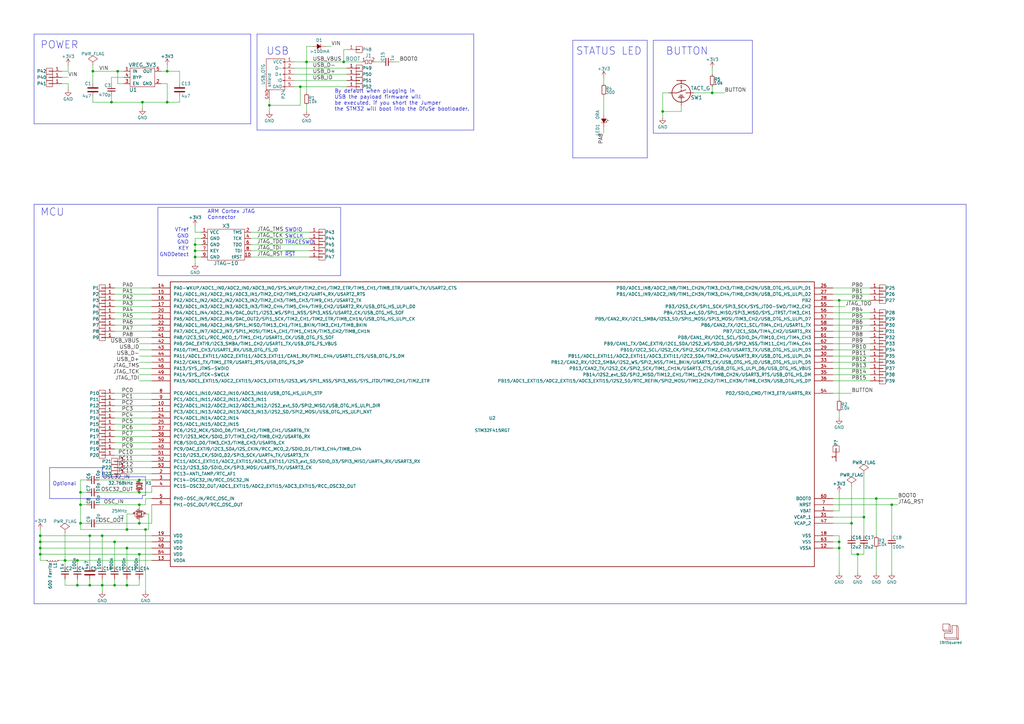
<source format=kicad_sch>
(kicad_sch (version 20230121) (generator eeschema)
  (paper "A3")
  (title_block (title "1BitSy") (rev "V1.0b") (company "1BitSquared") (comment 1 "(C) 2016 Piotr Esden-Tempski <piotr@esden.net>") (comment 2 "(C) 2016 1BitSquared LLC <info@1bitsquared.com>") (comment 3 "License: CC-BY-SA V4.0"))
  (junction (at 52.07 217.17))
  (junction (at 59.69 217.17))
  (junction (at 36.83 240.03))
  (junction (at 36.83 219.71))
  (junction (at 33.02 201.93))
  (junction (at 349.25 214.63))
  (junction (at 365.76 207.01))
  (junction (at 16.51 227.33))
  (junction (at 52.07 240.03))
  (junction (at 68.58 29.21))
  (junction (at 359.41 204.47))
  (junction (at 31.75 229.87))
  (junction (at 46.99 222.25))
  (junction (at 58.42 41.91))
  (junction (at 46.99 240.03))
  (junction (at 57.15 214.63))
  (junction (at 41.91 240.03))
  (junction (at 16.51 222.25))
  (junction (at 26.67 229.87))
  (junction (at 110.49 43.18))
  (junction (at 344.17 224.79))
  (junction (at 16.51 219.71))
  (junction (at 57.15 196.85))
  (junction (at 48.26 29.21))
  (junction (at 271.78 45.72))
  (junction (at 16.51 224.79))
  (junction (at 41.91 219.71))
  (junction (at 57.15 207.01))
  (junction (at 52.07 224.79))
  (junction (at 80.01 102.87))
  (junction (at 351.79 227.33))
  (junction (at 33.02 214.63))
  (junction (at 344.17 123.19))
  (junction (at 80.01 100.33))
  (junction (at 68.58 41.91))
  (junction (at 354.33 212.09))
  (junction (at 31.75 240.03))
  (junction (at 140.97 25.4))
  (junction (at 344.17 222.25))
  (junction (at 57.15 201.93))
  (junction (at 125.73 25.4))
  (junction (at 80.01 105.41))
  (junction (at 57.15 227.33))
  (junction (at 38.1 29.21))
  (junction (at 33.02 207.01))
  (junction (at 123.19 35.56))
  (junction (at 45.72 41.91))
  (junction (at 292.1 38.1))
  (wire (pts (xy 125.73 43.18) (xy 125.73 45.72)))
  (wire (pts (xy 52.07 189.23) (xy 62.23 189.23)))
  (polyline (pts (xy 396.24 247.65) (xy 13.97 247.65)))
  (polyline (pts (xy 194.31 13.97) (xy 105.41 13.97)))
  (polyline (pts (xy 59.69 203.2) (xy 59.69 195.58)))
  (wire (pts (xy 341.63 140.97) (xy 356.87 140.97)))
  (polyline (pts (xy 105.41 13.97) (xy 105.41 53.34)))
  (wire (pts (xy 349.25 227.33) (xy 351.79 227.33)))
  (wire (pts (xy 344.17 123.19) (xy 344.17 163.83)))
  (wire (pts (xy 46.99 181.61) (xy 62.23 181.61)))
  (wire (pts (xy 292.1 30.48) (xy 292.1 27.94)))
  (wire (pts (xy 365.76 207.01) (xy 365.76 219.71)))
  (polyline (pts (xy 105.41 53.34) (xy 194.31 53.34)))
  (wire (pts (xy 45.72 41.91) (xy 58.42 41.91)))
  (wire (pts (xy 82.55 105.41) (xy 80.01 105.41)))
  (wire (pts (xy 284.48 38.1) (xy 292.1 38.1)))
  (wire (pts (xy 46.99 186.69) (xy 62.23 186.69)))
  (wire (pts (xy 59.69 204.47) (xy 62.23 204.47)))
  (wire (pts (xy 125.73 25.4) (xy 125.73 38.1)))
  (wire (pts (xy 341.63 123.19) (xy 344.17 123.19)))
  (polyline (pts (xy 58.42 204.47) (xy 58.42 203.2)))
  (wire (pts (xy 341.63 222.25) (xy 344.17 222.25)))
  (wire (pts (xy 41.91 240.03) (xy 46.99 240.03)))
  (wire (pts (xy 25.4 31.75) (xy 27.94 31.75)))
  (wire (pts (xy 48.26 29.21) (xy 48.26 34.29)))
  (wire (pts (xy 26.67 237.49) (xy 26.67 240.03)))
  (wire (pts (xy 349.25 199.39) (xy 349.25 214.63)))
  (wire (pts (xy 102.87 95.25) (xy 127 95.25)))
  (wire (pts (xy 344.17 224.79) (xy 344.17 234.95)))
  (wire (pts (xy 57.15 227.33) (xy 62.23 227.33)))
  (wire (pts (xy 341.63 153.67) (xy 356.87 153.67)))
  (wire (pts (xy 62.23 148.59) (xy 57.15 148.59)))
  (wire (pts (xy 110.49 40.64) (xy 110.49 43.18)))
  (wire (pts (xy 52.07 224.79) (xy 62.23 224.79)))
  (polyline (pts (xy 102.87 13.97) (xy 13.97 13.97)))
  (wire (pts (xy 16.51 224.79) (xy 52.07 224.79)))
  (wire (pts (xy 57.15 146.05) (xy 62.23 146.05)))
  (wire (pts (xy 33.02 217.17) (xy 52.07 217.17)))
  (wire (pts (xy 120.65 30.48) (xy 142.24 30.48)))
  (wire (pts (xy 140.97 25.4) (xy 148.59 25.4)))
  (wire (pts (xy 341.63 125.73) (xy 346.71 125.73)))
  (wire (pts (xy 247.65 39.37) (xy 247.65 46.99)))
  (wire (pts (xy 33.02 196.85) (xy 33.02 201.93)))
  (wire (pts (xy 341.63 214.63) (xy 349.25 214.63)))
  (wire (pts (xy 59.69 217.17) (xy 59.69 242.57)))
  (wire (pts (xy 36.83 219.71) (xy 41.91 219.71)))
  (wire (pts (xy 142.24 20.32) (xy 140.97 20.32)))
  (wire (pts (xy 341.63 204.47) (xy 359.41 204.47)))
  (wire (pts (xy 341.63 143.51) (xy 356.87 143.51)))
  (wire (pts (xy 66.04 29.21) (xy 68.58 29.21)))
  (wire (pts (xy 365.76 224.79) (xy 365.76 234.95)))
  (wire (pts (xy 120.65 33.02) (xy 142.24 33.02)))
  (wire (pts (xy 46.99 123.19) (xy 62.23 123.19)))
  (wire (pts (xy 31.75 229.87) (xy 62.23 229.87)))
  (wire (pts (xy 46.99 173.99) (xy 62.23 173.99)))
  (wire (pts (xy 38.1 26.67) (xy 38.1 29.21)))
  (wire (pts (xy 359.41 219.71) (xy 359.41 204.47)))
  (wire (pts (xy 279.4 43.18) (xy 279.4 45.72)))
  (wire (pts (xy 33.02 201.93) (xy 35.56 201.93)))
  (wire (pts (xy 57.15 214.63) (xy 62.23 214.63)))
  (wire (pts (xy 46.99 163.83) (xy 62.23 163.83)))
  (polyline (pts (xy 20.32 191.77) (xy 20.32 204.47)))
  (wire (pts (xy 25.4 29.21) (xy 27.94 29.21)))
  (wire (pts (xy 27.94 34.29) (xy 27.94 36.83)))
  (wire (pts (xy 68.58 29.21) (xy 73.66 29.21)))
  (wire (pts (xy 50.8 31.75) (xy 45.72 31.75)))
  (wire (pts (xy 16.51 227.33) (xy 16.51 229.87)))
  (wire (pts (xy 31.75 232.41) (xy 31.75 229.87)))
  (wire (pts (xy 341.63 224.79) (xy 344.17 224.79)))
  (polyline (pts (xy 308.61 54.61) (xy 267.97 54.61)))
  (wire (pts (xy 26.67 218.44) (xy 26.67 229.87)))
  (wire (pts (xy 359.41 204.47) (xy 368.3 204.47)))
  (wire (pts (xy 40.64 214.63) (xy 57.15 214.63)))
  (wire (pts (xy 123.19 35.56) (xy 142.24 35.56)))
  (wire (pts (xy 59.69 210.82) (xy 60.96 210.82)))
  (polyline (pts (xy 64.77 85.09) (xy 139.7 85.09)))
  (wire (pts (xy 341.63 161.29) (xy 349.25 161.29)))
  (wire (pts (xy 46.99 118.11) (xy 62.23 118.11)))
  (polyline (pts (xy 13.97 13.97) (xy 13.97 50.8)))
  (wire (pts (xy 38.1 41.91) (xy 45.72 41.91)))
  (wire (pts (xy 153.67 25.4) (xy 156.21 25.4)))
  (wire (pts (xy 68.58 41.91) (xy 73.66 41.91)))
  (wire (pts (xy 41.91 232.41) (xy 41.91 219.71)))
  (wire (pts (xy 48.26 34.29) (xy 50.8 34.29)))
  (wire (pts (xy 271.78 38.1) (xy 271.78 45.72)))
  (wire (pts (xy 102.87 102.87) (xy 127 102.87)))
  (wire (pts (xy 292.1 38.1) (xy 292.1 35.56)))
  (wire (pts (xy 349.25 224.79) (xy 349.25 227.33)))
  (wire (pts (xy 31.75 240.03) (xy 36.83 240.03)))
  (wire (pts (xy 341.63 151.13) (xy 356.87 151.13)))
  (polyline (pts (xy 194.31 53.34) (xy 194.31 13.97)))
  (wire (pts (xy 247.65 31.75) (xy 247.65 34.29)))
  (wire (pts (xy 58.42 41.91) (xy 58.42 44.45)))
  (wire (pts (xy 80.01 102.87) (xy 80.01 105.41)))
  (wire (pts (xy 68.58 34.29) (xy 68.58 41.91)))
  (wire (pts (xy 80.01 100.33) (xy 80.01 102.87)))
  (wire (pts (xy 40.64 201.93) (xy 57.15 201.93)))
  (polyline (pts (xy 41.91 195.58) (xy 41.91 191.77)))
  (wire (pts (xy 57.15 201.93) (xy 62.23 201.93)))
  (wire (pts (xy 125.73 25.4) (xy 140.97 25.4)))
  (wire (pts (xy 341.63 219.71) (xy 344.17 219.71)))
  (wire (pts (xy 52.07 240.03) (xy 57.15 240.03)))
  (polyline (pts (xy 234.95 16.51) (xy 265.43 16.51)))
  (wire (pts (xy 344.17 168.91) (xy 344.17 171.45)))
  (wire (pts (xy 102.87 97.79) (xy 127 97.79)))
  (wire (pts (xy 54.61 210.82) (xy 52.07 210.82)))
  (wire (pts (xy 45.72 39.37) (xy 45.72 41.91)))
  (wire (pts (xy 62.23 201.93) (xy 62.23 199.39)))
  (wire (pts (xy 68.58 26.67) (xy 68.58 29.21)))
  (polyline (pts (xy 267.97 54.61) (xy 267.97 16.51)))
  (polyline (pts (xy 59.69 195.58) (xy 41.91 195.58)))
  (wire (pts (xy 341.63 118.11) (xy 356.87 118.11)))
  (polyline (pts (xy 102.87 50.8) (xy 102.87 13.97)))
  (wire (pts (xy 354.33 227.33) (xy 354.33 224.79)))
  (wire (pts (xy 46.99 240.03) (xy 52.07 240.03)))
  (wire (pts (xy 344.17 123.19) (xy 356.87 123.19)))
  (wire (pts (xy 62.23 140.97) (xy 57.15 140.97)))
  (wire (pts (xy 33.02 214.63) (xy 33.02 217.17)))
  (polyline (pts (xy 308.61 16.51) (xy 308.61 54.61)))
  (wire (pts (xy 46.99 237.49) (xy 46.99 240.03)))
  (wire (pts (xy 354.33 194.31) (xy 354.33 212.09)))
  (wire (pts (xy 274.32 38.1) (xy 271.78 38.1)))
  (wire (pts (xy 46.99 184.15) (xy 62.23 184.15)))
  (wire (pts (xy 354.33 212.09) (xy 354.33 219.71)))
  (wire (pts (xy 35.56 196.85) (xy 33.02 196.85)))
  (wire (pts (xy 46.99 128.27) (xy 62.23 128.27)))
  (wire (pts (xy 341.63 212.09) (xy 354.33 212.09)))
  (polyline (pts (xy 41.91 191.77) (xy 20.32 191.77)))
  (wire (pts (xy 123.19 43.18) (xy 123.19 35.56)))
  (wire (pts (xy 135.89 19.05) (xy 133.35 19.05)))
  (wire (pts (xy 46.99 138.43) (xy 62.23 138.43)))
  (wire (pts (xy 48.26 29.21) (xy 50.8 29.21)))
  (wire (pts (xy 16.51 222.25) (xy 16.51 224.79)))
  (wire (pts (xy 57.15 208.28) (xy 57.15 207.01)))
  (polyline (pts (xy 139.7 113.03) (xy 64.77 113.03)))
  (wire (pts (xy 45.72 31.75) (xy 45.72 34.29)))
  (wire (pts (xy 16.51 222.25) (xy 46.99 222.25)))
  (wire (pts (xy 46.99 130.81) (xy 62.23 130.81)))
  (wire (pts (xy 16.51 219.71) (xy 16.51 222.25)))
  (wire (pts (xy 46.99 232.41) (xy 46.99 222.25)))
  (wire (pts (xy 26.67 229.87) (xy 26.67 232.41)))
  (wire (pts (xy 140.97 20.32) (xy 140.97 25.4)))
  (wire (pts (xy 80.01 97.79) (xy 80.01 100.33)))
  (wire (pts (xy 73.66 29.21) (xy 73.66 34.29)))
  (wire (pts (xy 341.63 120.65) (xy 356.87 120.65)))
  (wire (pts (xy 26.67 229.87) (xy 31.75 229.87)))
  (wire (pts (xy 279.4 45.72) (xy 271.78 45.72)))
  (wire (pts (xy 82.55 95.25) (xy 80.01 95.25)))
  (wire (pts (xy 40.64 196.85) (xy 57.15 196.85)))
  (wire (pts (xy 41.91 219.71) (xy 62.23 219.71)))
  (wire (pts (xy 344.17 222.25) (xy 344.17 224.79)))
  (wire (pts (xy 57.15 240.03) (xy 57.15 237.49)))
  (polyline (pts (xy 13.97 247.65) (xy 13.97 83.82)))
  (wire (pts (xy 66.04 34.29) (xy 68.58 34.29)))
  (wire (pts (xy 125.73 19.05) (xy 125.73 25.4)))
  (wire (pts (xy 52.07 217.17) (xy 59.69 217.17)))
  (wire (pts (xy 57.15 232.41) (xy 57.15 227.33)))
  (wire (pts (xy 16.51 217.17) (xy 16.51 219.71)))
  (wire (pts (xy 52.07 210.82) (xy 52.07 217.17)))
  (polyline (pts (xy 234.95 64.77) (xy 234.95 16.51)))
  (wire (pts (xy 60.96 210.82) (xy 60.96 217.17)))
  (wire (pts (xy 57.15 196.85) (xy 62.23 196.85)))
  (wire (pts (xy 341.63 209.55) (xy 344.17 209.55)))
  (wire (pts (xy 46.99 161.29) (xy 62.23 161.29)))
  (wire (pts (xy 120.65 35.56) (xy 123.19 35.56)))
  (wire (pts (xy 33.02 201.93) (xy 33.02 207.01)))
  (wire (pts (xy 80.01 105.41) (xy 80.01 107.95)))
  (wire (pts (xy 110.49 43.18) (xy 110.49 45.72)))
  (wire (pts (xy 344.17 209.55) (xy 344.17 201.93)))
  (wire (pts (xy 62.23 153.67) (xy 57.15 153.67)))
  (wire (pts (xy 46.99 135.89) (xy 62.23 135.89)))
  (polyline (pts (xy 13.97 50.8) (xy 102.87 50.8)))
  (polyline (pts (xy 396.24 83.82) (xy 396.24 247.65)))
  (wire (pts (xy 38.1 29.21) (xy 38.1 34.29)))
  (wire (pts (xy 36.83 240.03) (xy 41.91 240.03)))
  (wire (pts (xy 365.76 207.01) (xy 368.3 207.01)))
  (wire (pts (xy 36.83 237.49) (xy 36.83 240.03)))
  (wire (pts (xy 16.51 224.79) (xy 16.51 227.33)))
  (wire (pts (xy 351.79 227.33) (xy 351.79 234.95)))
  (wire (pts (xy 59.69 217.17) (xy 60.96 217.17)))
  (wire (pts (xy 52.07 232.41) (xy 52.07 224.79)))
  (wire (pts (xy 57.15 213.36) (xy 57.15 214.63)))
  (polyline (pts (xy 58.42 203.2) (xy 59.69 203.2)))
  (wire (pts (xy 46.99 176.53) (xy 62.23 176.53)))
  (wire (pts (xy 26.67 240.03) (xy 31.75 240.03)))
  (wire (pts (xy 341.63 133.35) (xy 356.87 133.35)))
  (wire (pts (xy 102.87 105.41) (xy 127 105.41)))
  (wire (pts (xy 125.73 19.05) (xy 128.27 19.05)))
  (wire (pts (xy 46.99 179.07) (xy 62.23 179.07)))
  (wire (pts (xy 62.23 214.63) (xy 62.23 207.01)))
  (wire (pts (xy 292.1 38.1) (xy 297.18 38.1)))
  (wire (pts (xy 82.55 102.87) (xy 80.01 102.87)))
  (wire (pts (xy 36.83 232.41) (xy 36.83 219.71)))
  (wire (pts (xy 27.94 29.21) (xy 27.94 26.67)))
  (wire (pts (xy 38.1 41.91) (xy 38.1 39.37)))
  (wire (pts (xy 57.15 207.01) (xy 59.69 207.01)))
  (wire (pts (xy 46.99 125.73) (xy 62.23 125.73)))
  (wire (pts (xy 341.63 148.59) (xy 356.87 148.59)))
  (polyline (pts (xy 64.77 113.03) (xy 64.77 85.09)))
  (wire (pts (xy 16.51 227.33) (xy 57.15 227.33)))
  (wire (pts (xy 46.99 222.25) (xy 62.23 222.25)))
  (wire (pts (xy 46.99 133.35) (xy 62.23 133.35)))
  (wire (pts (xy 62.23 156.21) (xy 57.15 156.21)))
  (wire (pts (xy 41.91 240.03) (xy 41.91 242.57)))
  (wire (pts (xy 271.78 45.72) (xy 271.78 48.26)))
  (polyline (pts (xy 265.43 64.77) (xy 234.95 64.77)))
  (wire (pts (xy 247.65 52.07) (xy 247.65 54.61)))
  (wire (pts (xy 359.41 224.79) (xy 359.41 234.95)))
  (wire (pts (xy 341.63 207.01) (xy 365.76 207.01)))
  (wire (pts (xy 58.42 41.91) (xy 68.58 41.91)))
  (wire (pts (xy 33.02 207.01) (xy 33.02 214.63)))
  (wire (pts (xy 52.07 237.49) (xy 52.07 240.03)))
  (wire (pts (xy 349.25 214.63) (xy 349.25 219.71)))
  (wire (pts (xy 82.55 100.33) (xy 80.01 100.33)))
  (wire (pts (xy 25.4 34.29) (xy 27.94 34.29)))
  (wire (pts (xy 40.64 207.01) (xy 57.15 207.01)))
  (wire (pts (xy 341.63 138.43) (xy 356.87 138.43)))
  (wire (pts (xy 46.99 166.37) (xy 62.23 166.37)))
  (wire (pts (xy 351.79 227.33) (xy 354.33 227.33)))
  (wire (pts (xy 82.55 97.79) (xy 80.01 97.79)))
  (wire (pts (xy 62.23 151.13) (xy 57.15 151.13)))
  (wire (pts (xy 46.99 168.91) (xy 62.23 168.91)))
  (wire (pts (xy 80.01 95.25) (xy 80.01 92.71)))
  (wire (pts (xy 102.87 100.33) (xy 127 100.33)))
  (wire (pts (xy 341.63 146.05) (xy 356.87 146.05)))
  (wire (pts (xy 33.02 214.63) (xy 35.56 214.63)))
  (wire (pts (xy 41.91 237.49) (xy 41.91 240.03)))
  (wire (pts (xy 341.63 128.27) (xy 356.87 128.27)))
  (wire (pts (xy 73.66 41.91) (xy 73.66 39.37)))
  (wire (pts (xy 52.07 194.31) (xy 62.23 194.31)))
  (polyline (pts (xy 13.97 83.82) (xy 396.24 83.82)))
  (wire (pts (xy 16.51 229.87) (xy 19.05 229.87)))
  (wire (pts (xy 46.99 171.45) (xy 62.23 171.45)))
  (polyline (pts (xy 267.97 16.51) (xy 308.61 16.51)))
  (wire (pts (xy 344.17 219.71) (xy 344.17 222.25)))
  (wire (pts (xy 33.02 207.01) (xy 35.56 207.01)))
  (polyline (pts (xy 139.7 85.09) (xy 139.7 113.03)))
  (wire (pts (xy 161.29 25.4) (xy 163.83 25.4)))
  (wire (pts (xy 59.69 207.01) (xy 59.69 204.47)))
  (wire (pts (xy 46.99 120.65) (xy 62.23 120.65)))
  (wire (pts (xy 341.63 135.89) (xy 356.87 135.89)))
  (wire (pts (xy 120.65 27.94) (xy 142.24 27.94)))
  (wire (pts (xy 24.13 229.87) (xy 26.67 229.87)))
  (wire (pts (xy 31.75 237.49) (xy 31.75 240.03)))
  (wire (pts (xy 341.63 130.81) (xy 356.87 130.81)))
  (wire (pts (xy 52.07 191.77) (xy 62.23 191.77)))
  (polyline (pts (xy 265.43 16.51) (xy 265.43 64.77)))
  (wire (pts (xy 341.63 156.21) (xy 356.87 156.21)))
  (wire (pts (xy 16.51 219.71) (xy 36.83 219.71)))
  (wire (pts (xy 120.65 25.4) (xy 125.73 25.4)))
  (wire (pts (xy 62.23 143.51) (xy 57.15 143.51)))
  (wire (pts (xy 38.1 29.21) (xy 48.26 29.21)))
  (wire (pts (xy 123.19 43.18) (xy 110.49 43.18)))
  (polyline (pts (xy 20.32 204.47) (xy 58.42 204.47)))
  (text "VTref" (at 77.47 95.25 0) (effects (font (size 1.524 1.524)) (justify right bottom)))
  (text "GND" (at 77.47 97.79 0) (effects (font (size 1.524 1.524)) (justify right bottom)))
  (text "TRACESWO" (at 116.84 100.33 0) (effects (font (size 1.524 1.524)) (justify left bottom)))
  (text "SWCLK" (at 116.84 97.79 0) (effects (font (size 1.524 1.524)) (justify left bottom)))
  (text "POWER" (at 16.51 20.32 0) (effects (font (size 3.048 3.048)) (justify left bottom)))
  (text "GND" (at 77.47 100.33 0) (effects (font (size 1.524 1.524)) (justify right bottom)))
  (text "STATUS LED" (at 236.22 22.86 0) (effects (font (size 3.048 3.048)) (justify left bottom)))
  (text "SWDIO" (at 116.84 95.25 0) (effects (font (size 1.524 1.524)) (justify left bottom)))
  (text "BUTTON" (at 273.05 22.86 0) (effects (font (size 3.048 3.048)) (justify left bottom)))
  (text "~{RST}" (at 116.84 105.41 0) (effects (font (size 1.524 1.524)) (justify left bottom)))
  (text "GNDDetect" (at 77.47 105.41 0) (effects (font (size 1.524 1.524)) (justify right bottom)))
  (text "Optional" (at 21.59 199.39 0) (effects (font (size 1.524 1.524)) (justify left bottom)))
  (text "MCU" (at 16.51 88.9 0) (effects (font (size 3.048 3.048)) (justify left bottom)))
  (text "By default when plugging in\nUSB the payload firmware will\nbe executed, if you short the Jumper\nthe STM32 will boot into the DfuSe bootloader." (at 137.16 45.72 0) (effects (font (size 1.524 1.524)) (justify left bottom)))
  (text "USB" (at 109.22 22.86 0) (effects (font (size 3.048 3.048)) (justify left bottom)))
  (text "KEY" (at 77.47 102.87 0) (effects (font (size 1.524 1.524)) (justify right bottom)))
  (text "ARM Cortex JTAG\nConnector" (at 85.09 90.17 0) (effects (font (size 1.524 1.524)) (justify left bottom)))
  (label "JTAG_TDO" (at 105.41 100.33 0) (effects (font (size 1.524 1.524))))
  (label "PB4" (at 349.25 128.27 0) (effects (font (size 1.524 1.524))))
  (label "BUTTON" (at 297.18 38.1 0) (effects (font (size 1.524 1.524))))
  (label "JTAG_TMS" (at 57.15 151.13 180) (effects (font (size 1.524 1.524))))
  (label "PA7" (at 54.61 135.89 180) (effects (font (size 1.524 1.524))))
  (label "JTAG_RST" (at 105.41 105.41 0) (effects (font (size 1.524 1.524))))
  (label "PC11" (at 54.61 189.23 180) (effects (font (size 1.524 1.524))))
  (label "PC12" (at 54.61 191.77 180) (effects (font (size 1.524 1.524))))
  (label "PB0" (at 349.25 118.11 0) (effects (font (size 1.524 1.524))))
  (label "PB12" (at 349.25 148.59 0) (effects (font (size 1.524 1.524))))
  (label "PC3" (at 54.61 168.91 180) (effects (font (size 1.524 1.524))))
  (label "PC7" (at 54.61 179.07 180) (effects (font (size 1.524 1.524))))
  (label "JTAG_RST" (at 368.3 207.01 0) (effects (font (size 1.524 1.524))))
  (label "PC9" (at 54.61 184.15 180) (effects (font (size 1.524 1.524))))
  (label "USB_D-" (at 57.15 146.05 180) (effects (font (size 1.524 1.524))))
  (label "USB_D+" (at 128.27 30.48 0) (effects (font (size 1.524 1.524))))
  (label "PC10" (at 54.61 186.69 180) (effects (font (size 1.524 1.524))))
  (label "PB14" (at 349.25 153.67 0) (effects (font (size 1.524 1.524))))
  (label "PB7" (at 349.25 135.89 0) (effects (font (size 1.524 1.524))))
  (label "PB11" (at 349.25 146.05 0) (effects (font (size 1.524 1.524))))
  (label "JTAG_TDI" (at 57.15 156.21 180) (effects (font (size 1.524 1.524))))
  (label "VIN" (at 135.89 19.05 0) (effects (font (size 1.524 1.524))))
  (label "PA6" (at 54.61 133.35 180) (effects (font (size 1.524 1.524))))
  (label "PA8" (at 247.65 54.61 270) (effects (font (size 1.524 1.524))))
  (label "PA0" (at 54.61 118.11 180) (effects (font (size 1.524 1.524))))
  (label "PB5" (at 349.25 130.81 0) (effects (font (size 1.524 1.524))))
  (label "PA8" (at 54.61 138.43 180) (effects (font (size 1.524 1.524))))
  (label "PB2" (at 349.25 123.19 0) (effects (font (size 1.524 1.524))))
  (label "JTAG_TMS" (at 105.41 95.25 0) (effects (font (size 1.524 1.524))))
  (label "BOOT0" (at 163.83 25.4 0) (effects (font (size 1.524 1.524))))
  (label "PC6" (at 54.61 176.53 180) (effects (font (size 1.524 1.524))))
  (label "VIN" (at 44.45 29.21 180) (effects (font (size 1.524 1.524))))
  (label "PC2" (at 54.61 166.37 180) (effects (font (size 1.524 1.524))))
  (label "PB15" (at 349.25 156.21 0) (effects (font (size 1.524 1.524))))
  (label "JTAG_TDO" (at 346.71 125.73 0) (effects (font (size 1.524 1.524))))
  (label "OSC_OUT" (at 50.8 214.63 180) (effects (font (size 1.524 1.524))))
  (label "PA3" (at 54.61 125.73 180) (effects (font (size 1.524 1.524))))
  (label "PA4" (at 54.61 128.27 180) (effects (font (size 1.524 1.524))))
  (label "PB1" (at 349.25 120.65 0) (effects (font (size 1.524 1.524))))
  (label "PC8" (at 54.61 181.61 180) (effects (font (size 1.524 1.524))))
  (label "JTAG_TCK" (at 105.41 97.79 0) (effects (font (size 1.524 1.524))))
  (label "PB13" (at 349.25 151.13 0) (effects (font (size 1.524 1.524))))
  (label "PC4" (at 54.61 171.45 180) (effects (font (size 1.524 1.524))))
  (label "PB10" (at 349.25 143.51 0) (effects (font (size 1.524 1.524))))
  (label "PA5" (at 54.61 130.81 180) (effects (font (size 1.524 1.524))))
  (label "PC5" (at 54.61 173.99 180) (effects (font (size 1.524 1.524))))
  (label "OSC32_OUT" (at 54.61 201.93 180) (effects (font (size 1.524 1.524))))
  (label "PA2" (at 54.61 123.19 180) (effects (font (size 1.524 1.524))))
  (label "PA1" (at 54.61 120.65 180) (effects (font (size 1.524 1.524))))
  (label "USB_ID" (at 57.15 143.51 180) (effects (font (size 1.524 1.524))))
  (label "JTAG_TCK" (at 57.15 153.67 180) (effects (font (size 1.524 1.524))))
  (label "USB_VBUS" (at 128.27 25.4 0) (effects (font (size 1.524 1.524))))
  (label "BOOT0" (at 368.3 204.47 0) (effects (font (size 1.524 1.524))))
  (label "USB_D+" (at 57.15 148.59 180) (effects (font (size 1.524 1.524))))
  (label "VIN" (at 27.94 31.75 0) (effects (font (size 1.524 1.524))))
  (label "PC1" (at 54.61 163.83 180) (effects (font (size 1.524 1.524))))
  (label "PB8" (at 349.25 138.43 0) (effects (font (size 1.524 1.524))))
  (label "JTAG_TDI" (at 105.41 102.87 0) (effects (font (size 1.524 1.524))))
  (label "PB6" (at 349.25 133.35 0) (effects (font (size 1.524 1.524))))
  (label "PC13" (at 54.61 194.31 180) (effects (font (size 1.524 1.524))))
  (label "OSC32_IN" (at 53.34 196.85 180) (effects (font (size 1.524 1.524))))
  (label "USB_VBUS" (at 57.15 140.97 180) (effects (font (size 1.524 1.524))))
  (label "PB9" (at 349.25 140.97 0) (effects (font (size 1.524 1.524))))
  (label "BUTTON" (at 349.25 161.29 0) (effects (font (size 1.524 1.524))))
  (label "USB_D-" (at 128.27 27.94 0) (effects (font (size 1.524 1.524))))
  (label "USB_ID" (at 128.27 33.02 0) (effects (font (size 1.524 1.524))))
  (label "PC0" (at 54.61 161.29 180) (effects (font (size 1.524 1.524))))
  (label "OSC_IN" (at 50.8 207.01 180) (effects (font (size 1.524 1.524))))
  (symbol (lib_id "1bitsy-rescue:STM32F415RGTx") (at 201.93 173.99 0) (unit 1)
    (property "Reference" "U2" (at 201.93 171.45 0))
    (property "Value" "STM32F415RGT" (at 201.93 176.53 0))
    (property "Footprint" "pkl_housings_qfp:LQFP-64_10x10mm_Pitch0.5mm" (effects hide))
    (property "Key" "ic-mcu-stm32f415rgt6" (effects hide))
    (property "MFN" "STM32F415RGT6" (effects hide))
    (property "Package ID" "LQFP-64" (effects hide))
    (property "Source" "ANY" (effects hide))
  )
  (symbol (lib_id "1bitsy-rescue:pkl_XTAL_XGXG") (at 57.15 210.82 270) (unit 1)
    (property "Reference" "X2" (at 49.53 212.09 90))
    (property "Value" "25MHz" (at 45.72 209.55 90) (effects (justify left)))
    (property "Footprint" "pkl_misc:ABM8" (effects hide))
    (property "Key" "xtal-abm8-25mhz" (effects hide))
    (property "MFN" "ABM8G-24.000MHZ-B4Y-T" (effects hide))
    (property "Source" "ANY" (effects hide))
  )
  (symbol (lib_id "1bitsy-rescue:GND") (at 59.69 242.57 0) (unit 1)
    (property "Reference" "#PWR6" (effects hide))
    (property "Value" "GND" (at 59.69 246.38 0))
  )
  (symbol (lib_id "1bitsy-rescue:pkl_C_Small") (at 38.1 207.01 90) (unit 1)
    (property "Reference" "C8" (at 36.322 206.756 0) (effects (justify left)))
    (property "Value" "10p" (at 40.132 206.756 0) (effects (justify left)))
    (property "Footprint" "pkl_dipol:C_0402" (effects hide))
    (property "Key" "cap-cer-0402-10p" (effects hide))
    (property "Package ID" "0402" (effects hide))
    (property "Source" "ANY" (effects hide))
  )
  (symbol (lib_id "1bitsy-rescue:pkl_C_Small") (at 38.1 214.63 90) (unit 1)
    (property "Reference" "C9" (at 36.322 214.376 0) (effects (justify left)))
    (property "Value" "10p" (at 40.132 214.376 0) (effects (justify left)))
    (property "Footprint" "pkl_dipol:C_0402" (effects hide))
    (property "Key" "cap-cer-0402-10p" (effects hide))
    (property "Package ID" "0402" (effects hide))
    (property "Source" "ANY" (effects hide))
  )
  (symbol (lib_id "1bitsy-rescue:+3V3") (at 16.51 217.17 0) (unit 1)
    (property "Reference" "#PWR1" (effects hide))
    (property "Value" "+3V3" (at 16.51 213.614 0))
  )
  (symbol (lib_id "1bitsy-rescue:pkl_L_Small") (at 21.59 229.87 270) (unit 1)
    (property "Reference" "L1" (at 22.606 230.632 0) (effects (justify left)))
    (property "Value" "600 Ferrite" (at 20.574 230.632 0) (effects (justify left)))
    (property "Footprint" "pkl_dipol:L_0402" (effects hide))
    (property "Key" "ferrite-0402-600" (effects hide))
    (property "Characteristics" "600Ohm" (effects hide))
    (property "Package ID" "0402" (effects hide))
    (property "Source" "ANY" (effects hide))
  )
  (symbol (lib_id "1bitsy-rescue:GND") (at 344.17 234.95 0) (unit 1)
    (property "Reference" "#PWR17" (effects hide))
    (property "Value" "GND" (at 344.17 238.76 0))
  )
  (symbol (lib_id "1bitsy-rescue:+3V3") (at 344.17 201.93 0) (unit 1)
    (property "Reference" "#PWR16" (effects hide))
    (property "Value" "+3V3" (at 344.17 198.374 0))
  )
  (symbol (lib_id "1bitsy-rescue:pkl_C_Small") (at 57.15 234.95 0) (unit 1)
    (property "Reference" "C14" (at 57.404 233.172 0) (effects (justify left)))
    (property "Value" "100n" (at 55.88 233.68 90) (effects (justify left)))
    (property "Footprint" "pkl_dipol:C_0402" (effects hide))
    (property "Key" "cap-cer-0402-100n" (effects hide))
    (property "Package ID" "0402" (effects hide))
    (property "Source" "ANY" (effects hide))
  )
  (symbol (lib_id "1bitsy-rescue:pkl_C_Small") (at 52.07 234.95 0) (unit 1)
    (property "Reference" "C12" (at 52.324 233.172 0) (effects (justify left)))
    (property "Value" "100n" (at 50.8 233.68 90) (effects (justify left)))
    (property "Footprint" "pkl_dipol:C_0402" (effects hide))
    (property "Key" "cap-cer-0402-100n" (effects hide))
    (property "Package ID" "0402" (effects hide))
    (property "Source" "ANY" (effects hide))
  )
  (symbol (lib_id "1bitsy-rescue:pkl_C_Small") (at 46.99 234.95 0) (unit 1)
    (property "Reference" "C11" (at 47.244 233.172 0) (effects (justify left)))
    (property "Value" "100n" (at 45.72 233.68 90) (effects (justify left)))
    (property "Footprint" "pkl_dipol:C_0402" (effects hide))
    (property "Key" "cap-cer-0402-100n" (effects hide))
    (property "Package ID" "0402" (effects hide))
    (property "Source" "ANY" (effects hide))
  )
  (symbol (lib_id "1bitsy-rescue:pkl_C_Small") (at 41.91 234.95 0) (unit 1)
    (property "Reference" "C10" (at 42.164 233.172 0) (effects (justify left)))
    (property "Value" "100n" (at 40.64 233.68 90) (effects (justify left)))
    (property "Footprint" "pkl_dipol:C_0402" (effects hide))
    (property "Key" "cap-cer-0402-100n" (effects hide))
    (property "Package ID" "0402" (effects hide))
    (property "Source" "ANY" (effects hide))
  )
  (symbol (lib_id "1bitsy-rescue:pkl_C_Small") (at 31.75 234.95 0) (unit 1)
    (property "Reference" "C4" (at 32.004 233.172 0) (effects (justify left)))
    (property "Value" "100n" (at 30.48 233.68 90) (effects (justify left)))
    (property "Footprint" "pkl_dipol:C_0402" (effects hide))
    (property "Key" "cap-cer-0402-100n" (effects hide))
    (property "Package ID" "0402" (effects hide))
    (property "Source" "ANY" (effects hide))
  )
  (symbol (lib_id "1bitsy-rescue:pkl_C_Small") (at 26.67 234.95 0) (unit 1)
    (property "Reference" "C2" (at 26.924 233.172 0) (effects (justify left)))
    (property "Value" "1u" (at 25.4 233.68 90) (effects (justify left)))
    (property "Footprint" "pkl_dipol:C_0402" (effects hide))
    (property "Key" "cap-cer-0402-1u" (effects hide))
    (property "Package ID" "0402" (effects hide))
    (property "Source" "ANY" (effects hide))
  )
  (symbol (lib_id "1bitsy-rescue:pkl_C") (at 36.83 234.95 0) (unit 1)
    (property "Reference" "C5" (at 37.084 233.172 0) (effects (justify left)))
    (property "Value" "4u7" (at 35.56 233.68 90) (effects (justify left)))
    (property "Footprint" "pkl_dipol:C_0603" (effects hide))
    (property "Key" "cap-cer-0603-4u7" (effects hide))
    (property "Package ID" "0603" (effects hide))
    (property "Source" "ANY" (effects hide))
  )
  (symbol (lib_id "1bitsy-rescue:GND") (at 41.91 242.57 0) (unit 1)
    (property "Reference" "#PWR4" (effects hide))
    (property "Value" "GND" (at 41.91 246.38 0))
  )
  (symbol (lib_id "1bitsy-rescue:pkl_C_Small") (at 349.25 222.25 0) (unit 1)
    (property "Reference" "C16" (at 349.504 220.472 0) (effects (justify left)))
    (property "Value" "2u2" (at 349.504 224.282 0) (effects (justify left)))
    (property "Footprint" "pkl_dipol:C_0402" (effects hide))
    (property "Key" "cap-cer-0402-2u2" (effects hide))
    (property "Package ID" "0402" (effects hide))
    (property "Source" "ANY" (effects hide))
  )
  (symbol (lib_id "1bitsy-rescue:pkl_C_Small") (at 354.33 222.25 0) (unit 1)
    (property "Reference" "C17" (at 354.584 220.472 0) (effects (justify left)))
    (property "Value" "2u2" (at 354.584 224.282 0) (effects (justify left)))
    (property "Footprint" "pkl_dipol:C_0402" (effects hide))
    (property "Key" "cap-cer-0402-2u2" (effects hide))
    (property "Package ID" "0402" (effects hide))
    (property "Source" "ANY" (effects hide))
  )
  (symbol (lib_id "1bitsy-rescue:GND") (at 351.79 234.95 0) (unit 1)
    (property "Reference" "#PWR18" (effects hide))
    (property "Value" "GND" (at 351.79 238.76 0))
  )
  (symbol (lib_id "1bitsy-rescue:pkl_C_Small") (at 365.76 222.25 0) (unit 1)
    (property "Reference" "C18" (at 366.014 220.472 0) (effects (justify left)))
    (property "Value" "100n" (at 366.014 224.282 0) (effects (justify left)))
    (property "Footprint" "pkl_dipol:C_0402" (effects hide))
    (property "Key" "cap-cer-0402-100n" (effects hide))
    (property "Package ID" "0402" (effects hide))
    (property "Source" "ANY" (effects hide))
  )
  (symbol (lib_id "1bitsy-rescue:GND") (at 365.76 234.95 0) (unit 1)
    (property "Reference" "#PWR20" (effects hide))
    (property "Value" "GND" (at 365.76 238.76 0))
  )
  (symbol (lib_id "1bitsy-rescue:pkl_R_Small") (at 359.41 222.25 0) (unit 1)
    (property "Reference" "R3" (at 360.172 221.742 0) (effects (justify left)))
    (property "Value" "10k" (at 360.172 223.266 0) (effects (justify left)))
    (property "Footprint" "pkl_dipol:R_0402" (effects hide))
    (property "Key" "res-0402-10k" (effects hide))
    (property "Package ID" "0402" (effects hide))
    (property "Source" "ANY" (effects hide))
  )
  (symbol (lib_id "1bitsy-rescue:GND") (at 359.41 234.95 0) (unit 1)
    (property "Reference" "#PWR19" (effects hide))
    (property "Value" "GND" (at 359.41 238.76 0))
  )
  (symbol (lib_id "1bitsy-rescue:pkl_R_Small") (at 344.17 166.37 0) (unit 1)
    (property "Reference" "R2" (at 344.932 165.862 0) (effects (justify left)))
    (property "Value" "10k" (at 344.932 167.386 0) (effects (justify left)))
    (property "Footprint" "pkl_dipol:R_0402" (effects hide))
    (property "Key" "res-0402-10k" (effects hide))
    (property "Package ID" "0402" (effects hide))
    (property "Source" "ANY" (effects hide))
  )
  (symbol (lib_id "1bitsy-rescue:GND") (at 344.17 171.45 0) (unit 1)
    (property "Reference" "#PWR15" (effects hide))
    (property "Value" "GND" (at 344.17 175.26 0))
  )
  (symbol (lib_id "1bitsy-rescue:TACT_G") (at 279.4 38.1 0) (unit 1)
    (property "Reference" "SW1" (at 283.21 40.005 0) (effects (font (size 1.524 1.524)) (justify left)))
    (property "Value" "TACT_G" (at 283.21 36.195 0) (effects (font (size 1.524 1.524)) (justify left)))
    (property "Footprint" "pkl_buttons_switches:Tact_Switch_Top_B3U-1000P" (effects hide))
    (property "Key" "sw-tact-side-boss-gnd-3.0-2.5" (effects hide))
    (property "MFN" "B3U-1000P" (effects hide))
    (property "Source" "ANY" (effects hide))
  )
  (symbol (lib_id "1bitsy-rescue:GND") (at 271.78 48.26 0) (unit 1)
    (property "Reference" "#PWR13" (effects hide))
    (property "Value" "GND" (at 271.78 52.07 0))
  )
  (symbol (lib_id "1bitsy-rescue:pkl_R_Small") (at 292.1 33.02 0) (unit 1)
    (property "Reference" "R5" (at 292.862 32.512 0) (effects (justify left)))
    (property "Value" "10k" (at 292.862 34.036 0) (effects (justify left)))
    (property "Footprint" "pkl_dipol:R_0402" (effects hide))
    (property "Key" "res-0402-10k" (effects hide))
    (property "Package ID" "0402" (effects hide))
    (property "Source" "ANY" (effects hide))
  )
  (symbol (lib_id "1bitsy-rescue:+3V3") (at 292.1 27.94 0) (unit 1)
    (property "Reference" "#PWR14" (effects hide))
    (property "Value" "+3V3" (at 292.1 24.384 0))
  )
  (symbol (lib_id "1bitsy-rescue:JTAG-10") (at 92.71 100.33 0) (unit 1)
    (property "Reference" "X3" (at 92.71 92.71 0) (effects (font (size 1.524 1.524))))
    (property "Value" "JTAG-10" (at 92.71 107.95 0) (effects (font (size 1.524 1.524))))
    (property "Footprint" "pkl_samtec:FTSH-105-XX-X-DV" (effects hide))
    (property "Key" "conn-smd-0.05in-5-2" (effects hide))
    (property "MFN" "FTSH-105-01-F-DV-K" (effects hide))
    (property "Source" "ANY" (effects hide))
    (property "DNP" "DNP" (effects hide))
  )
  (symbol (lib_id "1bitsy-rescue:GND") (at 80.01 107.95 0) (unit 1)
    (property "Reference" "#PWR9" (effects hide))
    (property "Value" "GND" (at 80.01 111.76 0))
  )
  (symbol (lib_id "1bitsy-rescue:+3V3") (at 80.01 92.71 0) (unit 1)
    (property "Reference" "#PWR8" (effects hide))
    (property "Value" "+3V3" (at 80.01 89.154 0))
  )
  (symbol (lib_id "1bitsy-rescue:pkl_USB_OTG") (at 113.03 30.48 90) (mirror x) (unit 1)
    (property "Reference" "P24" (at 116.205 38.735 0))
    (property "Value" "USB_OTG" (at 107.95 30.48 0))
    (property "Footprint" "pkl_connectors:Connector_USB_Micro_B_SMD" (effects hide))
    (property "Key" "conn-smd-usb-micro-b" (effects hide))
    (property "Characteristics" "Surface Mount, Right Angle, SMD, 5pin (OTG) receptacle" (effects hide))
    (property "MFN" "10118192-0001LF" (effects hide))
    (property "Source" "ANY" (effects hide))
  )
  (symbol (lib_id "1bitsy-rescue:GND") (at 110.49 45.72 0) (unit 1)
    (property "Reference" "#PWR10" (effects hide))
    (property "Value" "GND" (at 110.49 49.53 0))
  )
  (symbol (lib_id "1bitsy-rescue:pkl_R_Small") (at 125.73 40.64 0) (unit 1)
    (property "Reference" "R1" (at 126.492 40.132 0) (effects (justify left)))
    (property "Value" "10k" (at 126.492 41.656 0) (effects (justify left)))
    (property "Footprint" "pkl_dipol:R_0402" (effects hide))
    (property "Key" "res-0402-10k" (effects hide))
    (property "Package ID" "0402" (effects hide))
    (property "Source" "ANY" (effects hide))
  )
  (symbol (lib_id "1bitsy-rescue:GND") (at 125.73 45.72 0) (unit 1)
    (property "Reference" "#PWR11" (effects hide))
    (property "Value" "GND" (at 125.73 49.53 0))
  )
  (symbol (lib_id "1bitsy-rescue:pkl_Diode_Small") (at 130.81 19.05 0) (unit 1)
    (property "Reference" "D1" (at 129.54 16.51 0) (effects (justify left)))
    (property "Value" ">100mA" (at 127 21.082 0) (effects (justify left)))
    (property "Footprint" "pkl_dipol:D_0603" (effects hide))
    (property "Key" "diode-schottky-0603" (effects hide))
    (property "Characteristics" ">100mA" (effects hide))
    (property "Package ID" "0603" (effects hide))
    (property "Source" "ANY" (effects hide))
  )
  (symbol (lib_id "1bitsy-rescue:pkl_Led_Small") (at 247.65 49.53 270) (unit 1)
    (property "Reference" "LED1" (at 245.11 50.8 0) (effects (justify left)))
    (property "Value" "ORA" (at 245.11 45.085 0) (effects (justify left)))
    (property "Footprint" "pkl_dipol:D_0603" (effects hide))
    (property "Key" "led-0603-ora" (effects hide))
    (property "Package ID" "0603" (effects hide))
    (property "Source" "ANY" (effects hide))
  )
  (symbol (lib_id "1bitsy-rescue:+3V3") (at 247.65 31.75 0) (unit 1)
    (property "Reference" "#PWR12" (effects hide))
    (property "Value" "+3V3" (at 247.65 28.194 0))
  )
  (symbol (lib_id "1bitsy-rescue:1BitSquared") (at 389.89 259.08 0) (unit 1)
    (property "Reference" "LOGO1" (effects hide))
    (property "Value" "1BitSquared" (at 389.89 263.525 0) (effects (font (size 1.016 1.016))))
    (property "Footprint" "pkl_logos:1b2_Logo_SilkS_7.5mm" (effects hide))
    (property "Source" "ANY" (effects hide))
  )
  (symbol (lib_id "1bitsy-rescue:PWR_FLAG") (at 26.67 218.44 0) (unit 1)
    (property "Reference" "#FLG1" (effects hide))
    (property "Value" "PWR_FLAG" (at 26.67 213.868 0))
  )
  (symbol (lib_id "1bitsy-rescue:PWR_FLAG") (at 349.25 199.39 0) (unit 1)
    (property "Reference" "#FLG3" (effects hide))
    (property "Value" "PWR_FLAG" (at 349.25 194.818 0))
  )
  (symbol (lib_id "1bitsy-rescue:PWR_FLAG") (at 354.33 194.31 0) (unit 1)
    (property "Reference" "#FLG4" (effects hide))
    (property "Value" "PWR_FLAG" (at 354.33 189.738 0))
  )
  (symbol (lib_id "1bitsy-rescue:pkl_R_Small") (at 247.65 36.83 0) (unit 1)
    (property "Reference" "R4" (at 248.412 36.322 0) (effects (justify left)))
    (property "Value" "300" (at 248.412 37.846 0) (effects (justify left)))
    (property "Footprint" "pkl_dipol:R_0402" (effects hide))
    (property "Key" "res-0402-300" (effects hide))
    (property "Package ID" "0402" (effects hide))
    (property "Source" "ANY" (effects hide))
  )
  (symbol (lib_id "1bitsy-rescue:pkl_C_Small") (at 158.75 25.4 90) (unit 1)
    (property "Reference" "C15" (at 156.972 25.146 0) (effects (justify left)))
    (property "Value" "1u" (at 160.782 25.146 0) (effects (justify left)))
    (property "Footprint" "pkl_dipol:C_0402" (effects hide))
    (property "Key" "cap-cer-0402-1u" (effects hide))
    (property "Package ID" "0402" (effects hide))
    (property "Source" "ANY" (effects hide))
  )
  (symbol (lib_id "1bitsy-rescue:pkl_C") (at 38.1 36.83 0) (mirror y) (unit 1)
    (property "Reference" "C1" (at 37.465 34.29 0) (effects (justify left)))
    (property "Value" "4u7" (at 37.465 39.37 0) (effects (justify left)))
    (property "Footprint" "pkl_dipol:C_0603" (effects hide))
    (property "Key" "cap-cer-0603-4u7" (effects hide))
    (property "Package ID" "0603" (effects hide))
    (property "Source" "ANY" (effects hide))
  )
  (symbol (lib_id "1bitsy-rescue:pkl_VREG_5PIN_FIXED") (at 58.42 31.75 0) (unit 1)
    (property "Reference" "U1" (at 54.61 36.83 0) (effects (font (size 1.524 1.524))))
    (property "Value" "VREG_3V3" (at 58.42 26.67 0) (effects (font (size 1.524 1.524))))
    (property "Footprint" "pkl_housings_sot:SOT-23-5" (effects hide))
    (property "Datasheet" "http://www.ti.com/lit/ds/symlink/lp2992.pdf" (effects hide))
    (property "Key" "vreg-sot23-5-3v3" (effects hide))
    (property "MFN" "LP2992AIM5-3.3/NOPB" (effects hide))
    (property "Package ID" "sot23-5" (effects hide))
    (property "Source" "ANY" (effects hide))
  )
  (symbol (lib_id "1bitsy-rescue:pkl_C") (at 73.66 36.83 0) (unit 1)
    (property "Reference" "C13" (at 74.295 34.29 0) (effects (justify left)))
    (property "Value" "4u7" (at 74.295 39.37 0) (effects (justify left)))
    (property "Footprint" "pkl_dipol:C_0603" (effects hide))
    (property "Key" "cap-cer-0603-4u7" (effects hide))
    (property "Package ID" "0603" (effects hide))
    (property "Source" "ANY" (effects hide))
  )
  (symbol (lib_id "1bitsy-rescue:GND") (at 58.42 44.45 0) (unit 1)
    (property "Reference" "#PWR5" (effects hide))
    (property "Value" "GND" (at 58.42 48.26 0))
  )
  (symbol (lib_id "1bitsy-rescue:pkl_C_Small") (at 45.72 36.83 0) (mirror y) (unit 1)
    (property "Reference" "C3" (at 45.466 35.052 0) (effects (justify left)))
    (property "Value" "470p" (at 45.466 38.862 0) (effects (justify left)))
    (property "Footprint" "pkl_dipol:C_0402" (effects hide))
    (property "Key" "cap-cer-0402-470p" (effects hide))
    (property "Package ID" "0402" (effects hide))
    (property "Source" "ANY" (effects hide))
  )
  (symbol (lib_id "1bitsy-rescue:+3V3") (at 68.58 26.67 0) (unit 1)
    (property "Reference" "#PWR7" (effects hide))
    (property "Value" "+3V3" (at 68.58 23.114 0))
  )
  (symbol (lib_id "1bitsy-rescue:PWR_FLAG") (at 38.1 26.67 0) (unit 1)
    (property "Reference" "#FLG2" (effects hide))
    (property "Value" "PWR_FLAG" (at 38.1 22.098 0))
  )
  (symbol (lib_id "1bitsy-rescue:pkl_XTAL_XX") (at 57.15 199.39 90) (unit 1)
    (property "Reference" "X1" (at 60.96 198.12 90))
    (property "Value" "32.768kHz" (at 54.61 198.12 90) (effects (justify left)))
    (property "Footprint" "Crystals:Crystal_Round_Horizontal_2mm" (effects hide))
    (property "Source" "ANY" (effects hide))
  )
  (symbol (lib_id "1bitsy-rescue:pkl_C_Small") (at 38.1 201.93 90) (unit 1)
    (property "Reference" "C7" (at 36.322 201.676 0) (effects (justify left)))
    (property "Value" "10p" (at 40.132 201.676 0) (effects (justify left)))
    (property "Footprint" "pkl_dipol:C_0603" (effects hide))
    (property "Key" "cap-cer-0603-10p" (effects hide))
    (property "Package ID" "0603" (effects hide))
    (property "Source" "ANY" (effects hide))
  )
  (symbol (lib_id "1bitsy-rescue:pkl_C_Small") (at 38.1 196.85 90) (unit 1)
    (property "Reference" "C6" (at 36.322 196.596 0) (effects (justify left)))
    (property "Value" "10p" (at 40.132 196.596 0) (effects (justify left)))
    (property "Footprint" "pkl_dipol:C_0603" (effects hide))
    (property "Key" "cap-cer-0603-10p" (effects hide))
    (property "Package ID" "0603" (effects hide))
    (property "Source" "ANY" (effects hide))
  )
  (symbol (lib_id "1bitsy-rescue:CONN_01X01") (at 361.95 118.11 0) (unit 1)
    (property "Reference" "P25" (at 363.22 118.11 0) (effects (justify left)))
    (property "Value" "CONN_01X01" (effects hide))
    (property "Footprint" "pkl_pin_headers:Pin_Header_Straight_Round_1x01" (effects hide))
    (property "Source" "ANY" (effects hide))
  )
  (symbol (lib_id "1bitsy-rescue:CONN_01X01") (at 361.95 120.65 0) (unit 1)
    (property "Reference" "P26" (at 363.22 120.65 0) (effects (justify left)))
    (property "Value" "CONN_01X01" (effects hide))
    (property "Footprint" "pkl_pin_headers:Pin_Header_Straight_Round_1x01" (effects hide))
    (property "Source" "ANY" (effects hide))
  )
  (symbol (lib_id "1bitsy-rescue:CONN_01X01") (at 361.95 123.19 0) (unit 1)
    (property "Reference" "P27" (at 363.22 123.19 0) (effects (justify left)))
    (property "Value" "CONN_01X01" (effects hide))
    (property "Footprint" "pkl_pin_headers:Pin_Header_Straight_Round_1x01" (effects hide))
    (property "Source" "ANY" (effects hide))
  )
  (symbol (lib_id "1bitsy-rescue:CONN_01X01") (at 361.95 128.27 0) (unit 1)
    (property "Reference" "P28" (at 363.22 128.27 0) (effects (justify left)))
    (property "Value" "CONN_01X01" (effects hide))
    (property "Footprint" "pkl_pin_headers:Pin_Header_Straight_Round_1x01" (effects hide))
    (property "Source" "ANY" (effects hide))
  )
  (symbol (lib_id "1bitsy-rescue:CONN_01X01") (at 361.95 130.81 0) (unit 1)
    (property "Reference" "P29" (at 363.22 130.81 0) (effects (justify left)))
    (property "Value" "CONN_01X01" (effects hide))
    (property "Footprint" "pkl_pin_headers:Pin_Header_Straight_Round_1x01" (effects hide))
    (property "Source" "ANY" (effects hide))
  )
  (symbol (lib_id "1bitsy-rescue:CONN_01X01") (at 361.95 133.35 0) (unit 1)
    (property "Reference" "P30" (at 363.22 133.35 0) (effects (justify left)))
    (property "Value" "CONN_01X01" (effects hide))
    (property "Footprint" "pkl_pin_headers:Pin_Header_Straight_Round_1x01" (effects hide))
    (property "Source" "ANY" (effects hide))
  )
  (symbol (lib_id "1bitsy-rescue:CONN_01X01") (at 361.95 135.89 0) (unit 1)
    (property "Reference" "P31" (at 363.22 135.89 0) (effects (justify left)))
    (property "Value" "CONN_01X01" (effects hide))
    (property "Footprint" "pkl_pin_headers:Pin_Header_Straight_Round_1x01" (effects hide))
    (property "Source" "ANY" (effects hide))
  )
  (symbol (lib_id "1bitsy-rescue:CONN_01X01") (at 361.95 138.43 0) (unit 1)
    (property "Reference" "P32" (at 363.22 138.43 0) (effects (justify left)))
    (property "Value" "CONN_01X01" (effects hide))
    (property "Footprint" "pkl_pin_headers:Pin_Header_Straight_Round_1x01" (effects hide))
    (property "Source" "ANY" (effects hide))
  )
  (symbol (lib_id "1bitsy-rescue:CONN_01X01") (at 361.95 140.97 0) (unit 1)
    (property "Reference" "P33" (at 363.22 140.97 0) (effects (justify left)))
    (property "Value" "CONN_01X01" (effects hide))
    (property "Footprint" "pkl_pin_headers:Pin_Header_Straight_Round_1x01" (effects hide))
    (property "Source" "ANY" (effects hide))
  )
  (symbol (lib_id "1bitsy-rescue:CONN_01X01") (at 361.95 143.51 0) (unit 1)
    (property "Reference" "P34" (at 363.22 143.51 0) (effects (justify left)))
    (property "Value" "CONN_01X01" (effects hide))
    (property "Footprint" "pkl_pin_headers:Pin_Header_Straight_Round_1x01" (effects hide))
    (property "Source" "ANY" (effects hide))
  )
  (symbol (lib_id "1bitsy-rescue:CONN_01X01") (at 361.95 146.05 0) (unit 1)
    (property "Reference" "P35" (at 363.22 146.05 0) (effects (justify left)))
    (property "Value" "CONN_01X01" (effects hide))
    (property "Footprint" "pkl_pin_headers:Pin_Header_Straight_Round_1x01" (effects hide))
    (property "Source" "ANY" (effects hide))
  )
  (symbol (lib_id "1bitsy-rescue:CONN_01X01") (at 361.95 148.59 0) (unit 1)
    (property "Reference" "P36" (at 363.22 148.59 0) (effects (justify left)))
    (property "Value" "CONN_01X01" (effects hide))
    (property "Footprint" "pkl_pin_headers:Pin_Header_Straight_Round_1x01" (effects hide))
    (property "Source" "ANY" (effects hide))
  )
  (symbol (lib_id "1bitsy-rescue:CONN_01X01") (at 361.95 151.13 0) (unit 1)
    (property "Reference" "P37" (at 363.22 151.13 0) (effects (justify left)))
    (property "Value" "CONN_01X01" (effects hide))
    (property "Footprint" "pkl_pin_headers:Pin_Header_Straight_Round_1x01" (effects hide))
    (property "Source" "ANY" (effects hide))
  )
  (symbol (lib_id "1bitsy-rescue:CONN_01X01") (at 361.95 153.67 0) (unit 1)
    (property "Reference" "P38" (at 363.22 153.67 0) (effects (justify left)))
    (property "Value" "CONN_01X01" (effects hide))
    (property "Footprint" "pkl_pin_headers:Pin_Header_Straight_Round_1x01" (effects hide))
    (property "Source" "ANY" (effects hide))
  )
  (symbol (lib_id "1bitsy-rescue:CONN_01X01") (at 361.95 156.21 0) (unit 1)
    (property "Reference" "P39" (at 363.22 156.21 0) (effects (justify left)))
    (property "Value" "CONN_01X01" (effects hide))
    (property "Footprint" "pkl_pin_headers:Pin_Header_Straight_Round_1x01" (effects hide))
    (property "Source" "ANY" (effects hide))
  )
  (symbol (lib_id "1bitsy-rescue:CONN_01X01") (at 41.91 118.11 180) (unit 1)
    (property "Reference" "P1" (at 40.64 118.11 0) (effects (justify left)))
    (property "Value" "CONN_01X01" (effects hide))
    (property "Footprint" "pkl_pin_headers:Pin_Header_Straight_Round_1x01" (effects hide))
    (property "Source" "ANY" (effects hide))
  )
  (symbol (lib_id "1bitsy-rescue:CONN_01X01") (at 41.91 120.65 180) (unit 1)
    (property "Reference" "P2" (at 40.64 120.65 0) (effects (justify left)))
    (property "Value" "CONN_01X01" (effects hide))
    (property "Footprint" "pkl_pin_headers:Pin_Header_Straight_Round_1x01" (effects hide))
    (property "Source" "ANY" (effects hide))
  )
  (symbol (lib_id "1bitsy-rescue:CONN_01X01") (at 41.91 123.19 180) (unit 1)
    (property "Reference" "P3" (at 40.64 123.19 0) (effects (justify left)))
    (property "Value" "CONN_01X01" (effects hide))
    (property "Footprint" "pkl_pin_headers:Pin_Header_Straight_Round_1x01" (effects hide))
    (property "Source" "ANY" (effects hide))
  )
  (symbol (lib_id "1bitsy-rescue:CONN_01X01") (at 41.91 125.73 180) (unit 1)
    (property "Reference" "P4" (at 40.64 125.73 0) (effects (justify left)))
    (property "Value" "CONN_01X01" (effects hide))
    (property "Footprint" "pkl_pin_headers:Pin_Header_Straight_Round_1x01" (effects hide))
    (property "Source" "ANY" (effects hide))
  )
  (symbol (lib_id "1bitsy-rescue:CONN_01X01") (at 41.91 128.27 180) (unit 1)
    (property "Reference" "P5" (at 40.64 128.27 0) (effects (justify left)))
    (property "Value" "CONN_01X01" (effects hide))
    (property "Footprint" "pkl_pin_headers:Pin_Header_Straight_Round_1x01" (effects hide))
    (property "Source" "ANY" (effects hide))
  )
  (symbol (lib_id "1bitsy-rescue:CONN_01X01") (at 41.91 130.81 180) (unit 1)
    (property "Reference" "P6" (at 40.64 130.81 0) (effects (justify left)))
    (property "Value" "CONN_01X01" (effects hide))
    (property "Footprint" "pkl_pin_headers:Pin_Header_Straight_Round_1x01" (effects hide))
    (property "Source" "ANY" (effects hide))
  )
  (symbol (lib_id "1bitsy-rescue:CONN_01X01") (at 41.91 133.35 180) (unit 1)
    (property "Reference" "P7" (at 40.64 133.35 0) (effects (justify left)))
    (property "Value" "CONN_01X01" (effects hide))
    (property "Footprint" "pkl_pin_headers:Pin_Header_Straight_Round_1x01" (effects hide))
    (property "Source" "ANY" (effects hide))
  )
  (symbol (lib_id "1bitsy-rescue:CONN_01X01") (at 41.91 135.89 180) (unit 1)
    (property "Reference" "P8" (at 40.64 135.89 0) (effects (justify left)))
    (property "Value" "CONN_01X01" (effects hide))
    (property "Footprint" "pkl_pin_headers:Pin_Header_Straight_Round_1x01" (effects hide))
    (property "Source" "ANY" (effects hide))
  )
  (symbol (lib_id "1bitsy-rescue:CONN_01X01") (at 41.91 138.43 180) (unit 1)
    (property "Reference" "P9" (at 40.64 138.43 0) (effects (justify left)))
    (property "Value" "CONN_01X01" (effects hide))
    (property "Footprint" "pkl_pin_headers:Pin_Header_Straight_Round_1x01" (effects hide))
    (property "Source" "ANY" (effects hide))
  )
  (symbol (lib_id "1bitsy-rescue:CONN_01X01") (at 41.91 161.29 180) (unit 1)
    (property "Reference" "P10" (at 40.64 161.29 0) (effects (justify left)))
    (property "Value" "CONN_01X01" (effects hide))
    (property "Footprint" "pkl_pin_headers:Pin_Header_Straight_Round_1x01" (effects hide))
    (property "Source" "ANY" (effects hide))
  )
  (symbol (lib_id "1bitsy-rescue:CONN_01X01") (at 41.91 163.83 180) (unit 1)
    (property "Reference" "P11" (at 40.64 163.83 0) (effects (justify left)))
    (property "Value" "CONN_01X01" (effects hide))
    (property "Footprint" "pkl_pin_headers:Pin_Header_Straight_Round_1x01" (effects hide))
    (property "Source" "ANY" (effects hide))
  )
  (symbol (lib_id "1bitsy-rescue:CONN_01X01") (at 41.91 166.37 180) (unit 1)
    (property "Reference" "P12" (at 40.64 166.37 0) (effects (justify left)))
    (property "Value" "CONN_01X01" (effects hide))
    (property "Footprint" "pkl_pin_headers:Pin_Header_Straight_Round_1x01" (effects hide))
    (property "Source" "ANY" (effects hide))
  )
  (symbol (lib_id "1bitsy-rescue:CONN_01X01") (at 41.91 168.91 180) (unit 1)
    (property "Reference" "P13" (at 40.64 168.91 0) (effects (justify left)))
    (property "Value" "CONN_01X01" (effects hide))
    (property "Footprint" "pkl_pin_headers:Pin_Header_Straight_Round_1x01" (effects hide))
    (property "Source" "ANY" (effects hide))
  )
  (symbol (lib_id "1bitsy-rescue:CONN_01X01") (at 41.91 171.45 180) (unit 1)
    (property "Reference" "P14" (at 40.64 171.45 0) (effects (justify left)))
    (property "Value" "CONN_01X01" (effects hide))
    (property "Footprint" "pkl_pin_headers:Pin_Header_Straight_Round_1x01" (effects hide))
    (property "Source" "ANY" (effects hide))
  )
  (symbol (lib_id "1bitsy-rescue:CONN_01X01") (at 41.91 173.99 180) (unit 1)
    (property "Reference" "P15" (at 40.64 173.99 0) (effects (justify left)))
    (property "Value" "CONN_01X01" (effects hide))
    (property "Footprint" "pkl_pin_headers:Pin_Header_Straight_Round_1x01" (effects hide))
    (property "Source" "ANY" (effects hide))
  )
  (symbol (lib_id "1bitsy-rescue:CONN_01X01") (at 41.91 176.53 180) (unit 1)
    (property "Reference" "P16" (at 40.64 176.53 0) (effects (justify left)))
    (property "Value" "CONN_01X01" (effects hide))
    (property "Footprint" "pkl_pin_headers:Pin_Header_Straight_Round_1x01" (effects hide))
    (property "Source" "ANY" (effects hide))
  )
  (symbol (lib_id "1bitsy-rescue:CONN_01X01") (at 41.91 179.07 180) (unit 1)
    (property "Reference" "P17" (at 40.64 179.07 0) (effects (justify left)))
    (property "Value" "CONN_01X01" (effects hide))
    (property "Footprint" "pkl_pin_headers:Pin_Header_Straight_Round_1x01" (effects hide))
    (property "Source" "ANY" (effects hide))
  )
  (symbol (lib_id "1bitsy-rescue:CONN_01X01") (at 41.91 181.61 180) (unit 1)
    (property "Reference" "P18" (at 40.64 181.61 0) (effects (justify left)))
    (property "Value" "CONN_01X01" (effects hide))
    (property "Footprint" "pkl_pin_headers:Pin_Header_Straight_Round_1x01" (effects hide))
    (property "Source" "ANY" (effects hide))
  )
  (symbol (lib_id "1bitsy-rescue:CONN_01X01") (at 41.91 184.15 180) (unit 1)
    (property "Reference" "P19" (at 40.64 184.15 0) (effects (justify left)))
    (property "Value" "CONN_01X01" (effects hide))
    (property "Footprint" "pkl_pin_headers:Pin_Header_Straight_Round_1x01" (effects hide))
    (property "Source" "ANY" (effects hide))
  )
  (symbol (lib_id "1bitsy-rescue:CONN_01X01") (at 41.91 186.69 180) (unit 1)
    (property "Reference" "P20" (at 40.64 186.69 0) (effects (justify left)))
    (property "Value" "CONN_01X01" (effects hide))
    (property "Footprint" "pkl_pin_headers:Pin_Header_Straight_Round_1x01" (effects hide))
    (property "Source" "ANY" (effects hide))
  )
  (symbol (lib_id "1bitsy-rescue:CONN_01X01") (at 46.99 189.23 180) (unit 1)
    (property "Reference" "P21" (at 45.72 189.23 0) (effects (justify left)))
    (property "Value" "CONN_01X01" (effects hide))
    (property "Footprint" "pkl_pin_headers:Pin_Header_Straight_Round_1x01" (effects hide))
    (property "Source" "ANY" (effects hide))
  )
  (symbol (lib_id "1bitsy-rescue:CONN_01X01") (at 46.99 191.77 180) (unit 1)
    (property "Reference" "P22" (at 45.72 191.77 0) (effects (justify left)))
    (property "Value" "CONN_01X01" (effects hide))
    (property "Footprint" "pkl_pin_headers:Pin_Header_Straight_Round_1x01" (effects hide))
    (property "Source" "ANY" (effects hide))
  )
  (symbol (lib_id "1bitsy-rescue:CONN_01X01") (at 46.99 194.31 180) (unit 1)
    (property "Reference" "P23" (at 45.72 194.31 0) (effects (justify left)))
    (property "Value" "CONN_01X01" (effects hide))
    (property "Footprint" "pkl_pin_headers:Pin_Header_Straight_Round_1x01" (effects hide))
    (property "Source" "ANY" (effects hide))
  )
  (symbol (lib_id "1bitsy-rescue:CONN_01X01") (at 20.32 34.29 180) (unit 1)
    (property "Reference" "P41" (at 19.05 34.29 0) (effects (justify left)))
    (property "Value" "CONN_01X01" (effects hide))
    (property "Footprint" "pkl_pin_headers:Pin_Header_Straight_Round_1x01" (effects hide))
    (property "Source" "ANY" (effects hide))
  )
  (symbol (lib_id "1bitsy-rescue:CONN_01X01") (at 20.32 31.75 180) (unit 1)
    (property "Reference" "P40" (at 19.05 31.75 0) (effects (justify left)))
    (property "Value" "CONN_01X01" (effects hide))
    (property "Footprint" "pkl_pin_headers:Pin_Header_Straight_Round_1x01" (effects hide))
    (property "Source" "ANY" (effects hide))
  )
  (symbol (lib_id "1bitsy-rescue:GND") (at 27.94 36.83 0) (unit 1)
    (property "Reference" "#PWR3" (effects hide))
    (property "Value" "GND" (at 27.94 40.64 0))
  )
  (symbol (lib_id "1bitsy-rescue:Jumper") (at 151.13 25.4 0) (unit 1)
    (property "Reference" "J1" (at 151.13 22.86 0) (effects (font (size 1.524 1.524))))
    (property "Value" "BOOT" (at 144.78 24.13 0) (effects (font (size 1.524 1.524))))
    (property "Footprint" "pkl_jumpers:J_0402" (effects hide))
    (property "Source" "ANY" (effects hide))
  )
  (symbol (lib_id "1bitsy-rescue:CONN_01X01") (at 20.32 29.21 180) (unit 1)
    (property "Reference" "P42" (at 19.05 29.21 0) (effects (justify left)))
    (property "Value" "CONN_01X01" (effects hide))
    (property "Footprint" "pkl_pin_headers:Pin_Header_Straight_Round_1x01" (effects hide))
    (property "Source" "ANY" (effects hide))
  )
  (symbol (lib_id "1bitsy-rescue:+3V3") (at 27.94 26.67 0) (unit 1)
    (property "Reference" "#PWR2" (effects hide))
    (property "Value" "+3V3" (at 27.94 23.114 0))
  )
  (symbol (lib_id "1bitsy-rescue:CONN_01X01") (at 147.32 27.94 0) (unit 1)
    (property "Reference" "P49" (at 148.59 27.94 0) (effects (justify left)))
    (property "Value" "CONN_01X01" (effects hide))
    (property "Footprint" "pkl_pads:PAD_SMD_1x2.65" (effects hide))
    (property "Source" "ANY" (effects hide))
  )
  (symbol (lib_id "1bitsy-rescue:CONN_01X01") (at 147.32 30.48 0) (unit 1)
    (property "Reference" "P50" (at 148.59 30.48 0) (effects (justify left)))
    (property "Value" "CONN_01X01" (effects hide))
    (property "Footprint" "pkl_pads:PAD_SMD_1x2.65" (effects hide))
    (property "Source" "ANY" (effects hide))
  )
  (symbol (lib_id "1bitsy-rescue:CONN_01X01") (at 147.32 33.02 0) (unit 1)
    (property "Reference" "P51" (at 148.59 33.02 0) (effects (justify left)))
    (property "Value" "CONN_01X01" (effects hide))
    (property "Footprint" "pkl_pads:PAD_SMD_1x2.65" (effects hide))
    (property "Source" "ANY" (effects hide))
  )
  (symbol (lib_id "1bitsy-rescue:CONN_01X01") (at 147.32 35.56 0) (unit 1)
    (property "Reference" "P52" (at 148.59 35.56 0) (effects (justify left)))
    (property "Value" "CONN_01X01" (effects hide))
    (property "Footprint" "pkl_pads:PAD_SMD_1x2.65" (effects hide))
    (property "Source" "ANY" (effects hide))
  )
  (symbol (lib_id "1bitsy-rescue:CONN_01X01") (at 147.32 20.32 0) (unit 1)
    (property "Reference" "P48" (at 148.59 20.32 0) (effects (justify left)))
    (property "Value" "CONN_01X01" (effects hide))
    (property "Footprint" "pkl_pads:PAD_SMD_1x2.65" (effects hide))
    (property "Source" "ANY" (effects hide))
  )
  (symbol (lib_id "1bitsy-rescue:CONN_01X01") (at 132.08 95.25 0) (unit 1)
    (property "Reference" "P43" (at 133.35 95.25 0) (effects (justify left)))
    (property "Value" "CONN_01X01" (effects hide))
    (property "Footprint" "pkl_pads:PAD_SMD_R_1x1" (effects hide))
    (property "Source" "ANY" (effects hide))
  )
  (symbol (lib_id "1bitsy-rescue:CONN_01X01") (at 132.08 97.79 0) (unit 1)
    (property "Reference" "P44" (at 133.35 97.79 0) (effects (justify left)))
    (property "Value" "CONN_01X01" (effects hide))
    (property "Footprint" "pkl_pads:PAD_SMD_R_1x1" (effects hide))
    (property "Source" "ANY" (effects hide))
  )
  (symbol (lib_id "1bitsy-rescue:CONN_01X01") (at 132.08 100.33 0) (unit 1)
    (property "Reference" "P45" (at 133.35 100.33 0) (effects (justify left)))
    (property "Value" "CONN_01X01" (effects hide))
    (property "Footprint" "pkl_pads:PAD_SMD_R_1x1" (effects hide))
    (property "Source" "ANY" (effects hide))
  )
  (symbol (lib_id "1bitsy-rescue:CONN_01X01") (at 132.08 102.87 0) (unit 1)
    (property "Reference" "P46" (at 133.35 102.87 0) (effects (justify left)))
    (property "Value" "CONN_01X01" (effects hide))
    (property "Footprint" "pkl_pads:PAD_SMD_R_1x1" (effects hide))
    (property "Source" "ANY" (effects hide))
  )
  (symbol (lib_id "1bitsy-rescue:CONN_01X01") (at 132.08 105.41 0) (unit 1)
    (property "Reference" "P47" (at 133.35 105.41 0) (effects (justify left)))
    (property "Value" "CONN_01X01" (effects hide))
    (property "Footprint" "pkl_pads:PAD_SMD_R_1x1" (effects hide))
    (property "Source" "ANY" (effects hide))
  )
  (symbol (lib_id "1bitsy-rescue:CONN_01X01") (at 342.9 184.15 90) (unit 1)
    (property "Reference" "P?" (at 342.9 182.88 0) (effects (justify left)))
    (property "Value" "CONN_01X01" (effects hide))
    (property "Footprint" "pkl_pin_headers:Pin_Header_Straight_Round_1x01" (effects hide))
    (property "Source" "ANY" (effects hide))
  )
)
</source>
